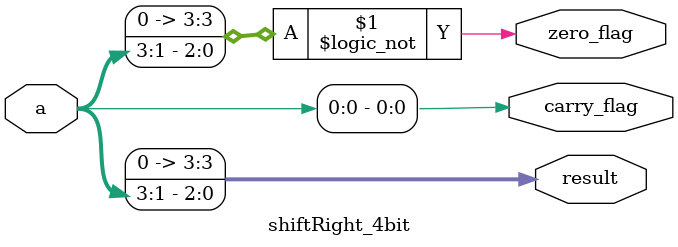
<source format=sv>
module shiftRight_4bit(
  input logic [3:0] a,
  output logic [3:0] result,
  output logic zero_flag,
  output logic carry_flag
);

	assign result[0] = a[1];
  assign result[1] = a[2];
  assign result[2] = a[3];
  assign result[3] = 1'b0;

  // Set zero flag
  assign zero_flag = (result == 4'b0000);

  // Set carry flag based on the value of the MSB of input 'a'
  assign carry_flag = (a[0] == 1'b1);

endmodule

</source>
